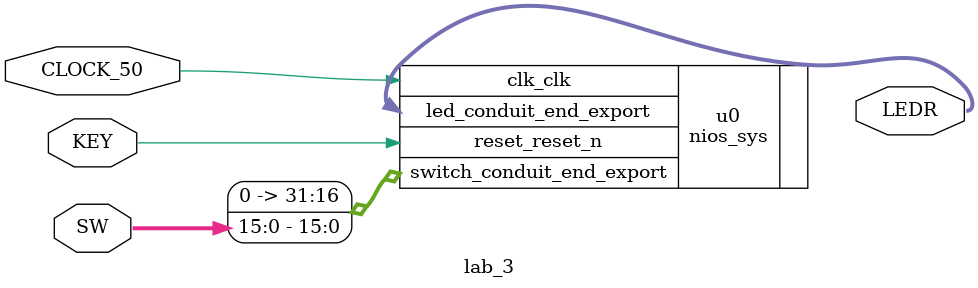
<source format=v>
module lab_3(
	input CLOCK_50,
	input [0:0] KEY,
	input [15:0] SW,
	output [15:0] LEDR
);
    nios_sys u0 (
        .clk_clk                   (CLOCK_50),              
        .reset_reset_n             (KEY[0]),          
        .led_conduit_end_export    (LEDR),    
        .switch_conduit_end_export ({16'b0, SW}) 
    );
endmodule

</source>
